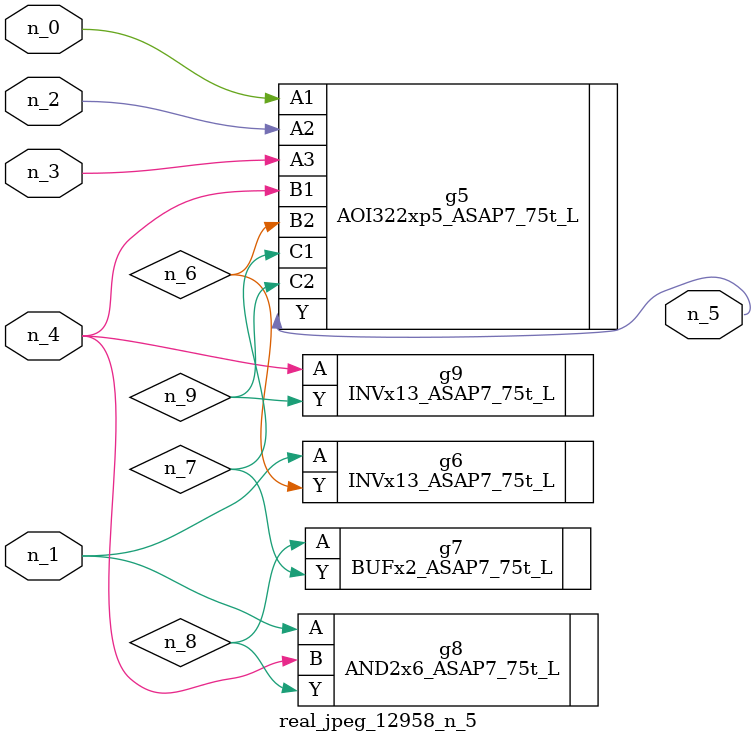
<source format=v>
module real_jpeg_12958_n_5 (n_4, n_0, n_1, n_2, n_3, n_5);

input n_4;
input n_0;
input n_1;
input n_2;
input n_3;

output n_5;

wire n_8;
wire n_6;
wire n_7;
wire n_9;

AOI322xp5_ASAP7_75t_L g5 ( 
.A1(n_0),
.A2(n_2),
.A3(n_3),
.B1(n_4),
.B2(n_6),
.C1(n_7),
.C2(n_9),
.Y(n_5)
);

INVx13_ASAP7_75t_L g6 ( 
.A(n_1),
.Y(n_6)
);

AND2x6_ASAP7_75t_L g8 ( 
.A(n_1),
.B(n_4),
.Y(n_8)
);

INVx13_ASAP7_75t_L g9 ( 
.A(n_4),
.Y(n_9)
);

BUFx2_ASAP7_75t_L g7 ( 
.A(n_8),
.Y(n_7)
);


endmodule
</source>
